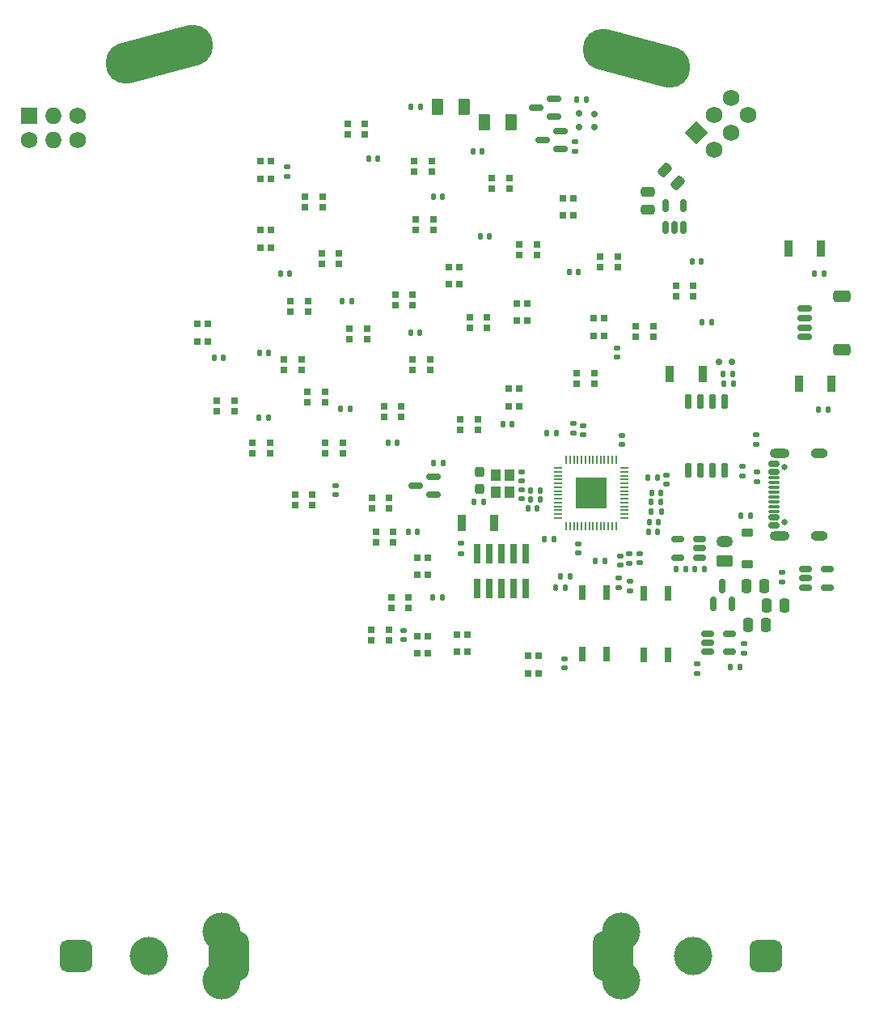
<source format=gbr>
%TF.GenerationSoftware,KiCad,Pcbnew,8.0.0*%
%TF.CreationDate,2024-03-10T20:39:49-05:00*%
%TF.ProjectId,B-Sides 2024,422d5369-6465-4732-9032-3032342e6b69,rev?*%
%TF.SameCoordinates,Original*%
%TF.FileFunction,Soldermask,Top*%
%TF.FilePolarity,Negative*%
%FSLAX46Y46*%
G04 Gerber Fmt 4.6, Leading zero omitted, Abs format (unit mm)*
G04 Created by KiCad (PCBNEW 8.0.0) date 2024-03-10 20:39:49*
%MOMM*%
%LPD*%
G01*
G04 APERTURE LIST*
G04 Aperture macros list*
%AMRoundRect*
0 Rectangle with rounded corners*
0 $1 Rounding radius*
0 $2 $3 $4 $5 $6 $7 $8 $9 X,Y pos of 4 corners*
0 Add a 4 corners polygon primitive as box body*
4,1,4,$2,$3,$4,$5,$6,$7,$8,$9,$2,$3,0*
0 Add four circle primitives for the rounded corners*
1,1,$1+$1,$2,$3*
1,1,$1+$1,$4,$5*
1,1,$1+$1,$6,$7*
1,1,$1+$1,$8,$9*
0 Add four rect primitives between the rounded corners*
20,1,$1+$1,$2,$3,$4,$5,0*
20,1,$1+$1,$4,$5,$6,$7,0*
20,1,$1+$1,$6,$7,$8,$9,0*
20,1,$1+$1,$8,$9,$2,$3,0*%
%AMHorizOval*
0 Thick line with rounded ends*
0 $1 width*
0 $2 $3 position (X,Y) of the first rounded end (center of the circle)*
0 $4 $5 position (X,Y) of the second rounded end (center of the circle)*
0 Add line between two ends*
20,1,$1,$2,$3,$4,$5,0*
0 Add two circle primitives to create the rounded ends*
1,1,$1,$2,$3*
1,1,$1,$4,$5*%
%AMRotRect*
0 Rectangle, with rotation*
0 The origin of the aperture is its center*
0 $1 length*
0 $2 width*
0 $3 Rotation angle, in degrees counterclockwise*
0 Add horizontal line*
21,1,$1,$2,0,0,$3*%
G04 Aperture macros list end*
%ADD10HorizOval,4.300000X3.477333X0.931749X-3.477333X-0.931749X0*%
%ADD11HorizOval,4.300000X-3.477333X0.931749X3.477333X-0.931749X0*%
%ADD12R,0.700000X0.700000*%
%ADD13RoundRect,0.135000X0.135000X0.185000X-0.135000X0.185000X-0.135000X-0.185000X0.135000X-0.185000X0*%
%ADD14RoundRect,0.135000X-0.135000X-0.185000X0.135000X-0.185000X0.135000X0.185000X-0.135000X0.185000X0*%
%ADD15RoundRect,0.150000X0.625000X-0.150000X0.625000X0.150000X-0.625000X0.150000X-0.625000X-0.150000X0*%
%ADD16RoundRect,0.250000X0.650000X-0.350000X0.650000X0.350000X-0.650000X0.350000X-0.650000X-0.350000X0*%
%ADD17RoundRect,0.150000X0.150000X0.200000X-0.150000X0.200000X-0.150000X-0.200000X0.150000X-0.200000X0*%
%ADD18RoundRect,0.250000X0.475000X-0.250000X0.475000X0.250000X-0.475000X0.250000X-0.475000X-0.250000X0*%
%ADD19R,0.800000X1.500000*%
%ADD20RoundRect,0.250000X0.375000X0.625000X-0.375000X0.625000X-0.375000X-0.625000X0.375000X-0.625000X0*%
%ADD21RoundRect,0.140000X0.140000X0.170000X-0.140000X0.170000X-0.140000X-0.170000X0.140000X-0.170000X0*%
%ADD22RoundRect,0.140000X0.170000X-0.140000X0.170000X0.140000X-0.170000X0.140000X-0.170000X-0.140000X0*%
%ADD23R,1.000000X1.150000*%
%ADD24R,1.727200X1.727200*%
%ADD25C,1.727200*%
%ADD26O,1.727200X1.727200*%
%ADD27RoundRect,0.140000X-0.170000X0.140000X-0.170000X-0.140000X0.170000X-0.140000X0.170000X0.140000X0*%
%ADD28R,0.900000X1.700000*%
%ADD29RoundRect,0.140000X-0.140000X-0.170000X0.140000X-0.170000X0.140000X0.170000X-0.140000X0.170000X0*%
%ADD30RoundRect,0.150000X0.200000X-0.150000X0.200000X0.150000X-0.200000X0.150000X-0.200000X-0.150000X0*%
%ADD31RotRect,1.727200X1.727200X315.000000*%
%ADD32HorizOval,1.727200X0.000000X0.000000X0.000000X0.000000X0*%
%ADD33RoundRect,0.150000X0.587500X0.150000X-0.587500X0.150000X-0.587500X-0.150000X0.587500X-0.150000X0*%
%ADD34RoundRect,0.135000X0.185000X-0.135000X0.185000X0.135000X-0.185000X0.135000X-0.185000X-0.135000X0*%
%ADD35RoundRect,0.150000X0.150000X-0.512500X0.150000X0.512500X-0.150000X0.512500X-0.150000X-0.512500X0*%
%ADD36RoundRect,0.150000X0.150000X-0.587500X0.150000X0.587500X-0.150000X0.587500X-0.150000X-0.587500X0*%
%ADD37RoundRect,0.135000X-0.185000X0.135000X-0.185000X-0.135000X0.185000X-0.135000X0.185000X0.135000X0*%
%ADD38RoundRect,0.250000X-0.512652X-0.159099X-0.159099X-0.512652X0.512652X0.159099X0.159099X0.512652X0*%
%ADD39RoundRect,0.237500X0.237500X-0.287500X0.237500X0.287500X-0.237500X0.287500X-0.237500X-0.287500X0*%
%ADD40R,0.750000X2.100000*%
%ADD41RoundRect,0.150000X-0.512500X-0.150000X0.512500X-0.150000X0.512500X0.150000X-0.512500X0.150000X0*%
%ADD42RoundRect,0.050000X-0.050000X0.387500X-0.050000X-0.387500X0.050000X-0.387500X0.050000X0.387500X0*%
%ADD43RoundRect,0.050000X-0.387500X0.050000X-0.387500X-0.050000X0.387500X-0.050000X0.387500X0.050000X0*%
%ADD44R,3.200000X3.200000*%
%ADD45RoundRect,0.250000X-0.250000X-0.475000X0.250000X-0.475000X0.250000X0.475000X-0.250000X0.475000X0*%
%ADD46RoundRect,0.250000X0.250000X0.475000X-0.250000X0.475000X-0.250000X-0.475000X0.250000X-0.475000X0*%
%ADD47RoundRect,0.225000X0.375000X-0.225000X0.375000X0.225000X-0.375000X0.225000X-0.375000X-0.225000X0*%
%ADD48RoundRect,0.150000X-0.150000X0.650000X-0.150000X-0.650000X0.150000X-0.650000X0.150000X0.650000X0*%
%ADD49RoundRect,0.150000X0.512500X0.150000X-0.512500X0.150000X-0.512500X-0.150000X0.512500X-0.150000X0*%
%ADD50C,0.650000*%
%ADD51RoundRect,0.150000X0.425000X-0.150000X0.425000X0.150000X-0.425000X0.150000X-0.425000X-0.150000X0*%
%ADD52RoundRect,0.075000X0.500000X-0.075000X0.500000X0.075000X-0.500000X0.075000X-0.500000X-0.075000X0*%
%ADD53O,2.100000X1.000000*%
%ADD54O,1.800000X1.000000*%
%ADD55RoundRect,0.150000X-0.200000X0.150000X-0.200000X-0.150000X0.200000X-0.150000X0.200000X0.150000X0*%
%ADD56RoundRect,1.050000X-1.050000X1.500000X-1.050000X-1.500000X1.050000X-1.500000X1.050000X1.500000X0*%
%ADD57C,4.000000*%
%ADD58RoundRect,0.850000X-0.850000X0.850000X-0.850000X-0.850000X0.850000X-0.850000X0.850000X0.850000X0*%
%ADD59RoundRect,0.250000X0.625000X-0.350000X0.625000X0.350000X-0.625000X0.350000X-0.625000X-0.350000X0*%
%ADD60O,1.750000X1.200000*%
%ADD61RoundRect,1.050000X1.050000X-1.500000X1.050000X1.500000X-1.050000X1.500000X-1.050000X-1.500000X0*%
%ADD62RoundRect,0.850000X0.850000X-0.850000X0.850000X0.850000X-0.850000X0.850000X-0.850000X-0.850000X0*%
G04 APERTURE END LIST*
D10*
%TO.C,H2*%
X75000000Y-37000000D03*
%TD*%
D11*
%TO.C,H1*%
X125000000Y-37500000D03*
%TD*%
D12*
%TO.C,D39*%
X96555000Y-45420000D03*
X96555000Y-44320000D03*
X94725000Y-44320000D03*
X94725000Y-45420000D03*
%TD*%
%TO.C,D44*%
X123015000Y-59340000D03*
X123015000Y-58240000D03*
X121185000Y-58240000D03*
X121185000Y-59340000D03*
%TD*%
D13*
%TO.C,R38*%
X104780000Y-79820000D03*
X103760000Y-79820000D03*
%TD*%
D12*
%TO.C,D14*%
X108400000Y-76290000D03*
X108400000Y-75190000D03*
X106570000Y-75190000D03*
X106570000Y-76290000D03*
%TD*%
D14*
%TO.C,R30*%
X115590000Y-76650000D03*
X116610000Y-76650000D03*
%TD*%
D15*
%TO.C,J1*%
X142590000Y-66630000D03*
X142590000Y-65630000D03*
X142590000Y-64630000D03*
X142590000Y-63630000D03*
D16*
X146465000Y-67930000D03*
X146465000Y-62330000D03*
%TD*%
D12*
%TO.C,D5*%
X109360000Y-65660000D03*
X109360000Y-64560000D03*
X107530000Y-64560000D03*
X107530000Y-65660000D03*
%TD*%
D14*
%TO.C,R14*%
X143615000Y-60000000D03*
X144635000Y-60000000D03*
%TD*%
D12*
%TO.C,D35*%
X103120000Y-89665000D03*
X102020000Y-89665000D03*
X102020000Y-91495000D03*
X103120000Y-91495000D03*
%TD*%
D17*
%TO.C,D1*%
X133590000Y-69210000D03*
X134990000Y-69210000D03*
%TD*%
D18*
%TO.C,C7*%
X126200000Y-53310000D03*
X126200000Y-51410000D03*
%TD*%
D19*
%TO.C,U9*%
X125760000Y-99830000D03*
X128300000Y-99830000D03*
X128300000Y-93430000D03*
X125760000Y-93430000D03*
%TD*%
D20*
%TO.C,LD2*%
X106960000Y-42560000D03*
X104160000Y-42560000D03*
%TD*%
D21*
%TO.C,C13*%
X86490000Y-68270000D03*
X85530000Y-68270000D03*
%TD*%
D12*
%TO.C,D32*%
X102080000Y-99735000D03*
X103180000Y-99735000D03*
X103180000Y-97905000D03*
X102080000Y-97905000D03*
%TD*%
%TO.C,D26*%
X80090000Y-65225000D03*
X78990000Y-65225000D03*
X78990000Y-67055000D03*
X80090000Y-67055000D03*
%TD*%
D22*
%TO.C,C2*%
X123120000Y-92810000D03*
X123120000Y-91850000D03*
%TD*%
D13*
%TO.C,R39*%
X132100000Y-90920000D03*
X131080000Y-90920000D03*
%TD*%
D23*
%TO.C,Y1*%
X110280000Y-81065000D03*
X110280000Y-82815000D03*
X111680000Y-82815000D03*
X111680000Y-81065000D03*
%TD*%
D20*
%TO.C,LD1*%
X111830000Y-44180000D03*
X109030000Y-44180000D03*
%TD*%
D24*
%TO.C,J3*%
X61390000Y-43510000D03*
D25*
X61390000Y-46050000D03*
D26*
X63930000Y-43510000D03*
X63930000Y-46050000D03*
D25*
X66470000Y-43510000D03*
X66470000Y-46050000D03*
%TD*%
D27*
%TO.C,C47*%
X125340000Y-89270000D03*
X125340000Y-90230000D03*
%TD*%
D12*
%TO.C,D16*%
X101545000Y-68970000D03*
X101545000Y-70070000D03*
X103375000Y-70070000D03*
X103375000Y-68970000D03*
%TD*%
%TO.C,D28*%
X92375000Y-73460000D03*
X92375000Y-72360000D03*
X90545000Y-72360000D03*
X90545000Y-73460000D03*
%TD*%
%TO.C,D15*%
X112715000Y-72035000D03*
X111615000Y-72035000D03*
X111615000Y-73865000D03*
X112715000Y-73865000D03*
%TD*%
D28*
%TO.C,SW1*%
X128490000Y-70450000D03*
X131890000Y-70450000D03*
%TD*%
D21*
%TO.C,C30*%
X97910000Y-48000000D03*
X96950000Y-48000000D03*
%TD*%
D29*
%TO.C,C15*%
X101100000Y-87020000D03*
X102060000Y-87020000D03*
%TD*%
D12*
%TO.C,D23*%
X92385000Y-77650000D03*
X92385000Y-78750000D03*
X94215000Y-78750000D03*
X94215000Y-77650000D03*
%TD*%
%TO.C,D46*%
X129120000Y-61260000D03*
X129120000Y-62360000D03*
X130950000Y-62360000D03*
X130950000Y-61260000D03*
%TD*%
%TO.C,D19*%
X86750000Y-55425000D03*
X85650000Y-55425000D03*
X85650000Y-57255000D03*
X86750000Y-57255000D03*
%TD*%
D30*
%TO.C,D3*%
X119010000Y-43250000D03*
X119010000Y-44650000D03*
%TD*%
D29*
%TO.C,C44*%
X126260000Y-86970000D03*
X127220000Y-86970000D03*
%TD*%
D31*
%TO.C,J4*%
X131280131Y-45225147D03*
D25*
X133076182Y-47021199D03*
D32*
X133076182Y-43429096D03*
X134872233Y-45225147D03*
D25*
X134872233Y-41633045D03*
X136668284Y-43429096D03*
%TD*%
D12*
%TO.C,D13*%
X86710000Y-48255000D03*
X85610000Y-48255000D03*
X85610000Y-50085000D03*
X86710000Y-50085000D03*
%TD*%
%TO.C,D27*%
X89895000Y-70080000D03*
X89895000Y-68980000D03*
X88065000Y-68980000D03*
X88065000Y-70080000D03*
%TD*%
D21*
%TO.C,C40*%
X114560000Y-84570000D03*
X113600000Y-84570000D03*
%TD*%
D33*
%TO.C,Q3*%
X116327500Y-43560000D03*
X116327500Y-41660000D03*
X114452500Y-42610000D03*
%TD*%
D34*
%TO.C,R8*%
X131310000Y-101800000D03*
X131310000Y-100780000D03*
%TD*%
D35*
%TO.C,U2*%
X128020000Y-55187500D03*
X128970000Y-55187500D03*
X129920000Y-55187500D03*
X129920000Y-52912500D03*
X128020000Y-52912500D03*
%TD*%
D36*
%TO.C,Q4*%
X133050000Y-94507500D03*
X134950000Y-94507500D03*
X134000000Y-92632500D03*
%TD*%
D21*
%TO.C,C21*%
X131790000Y-58740000D03*
X130830000Y-58740000D03*
%TD*%
D12*
%TO.C,D40*%
X103555000Y-49290000D03*
X103555000Y-48190000D03*
X101725000Y-48190000D03*
X101725000Y-49290000D03*
%TD*%
%TO.C,D22*%
X89240000Y-83090000D03*
X89240000Y-84190000D03*
X91070000Y-84190000D03*
X91070000Y-83090000D03*
%TD*%
D19*
%TO.C,U1*%
X119280000Y-99780000D03*
X121820000Y-99780000D03*
X121820000Y-93380000D03*
X119280000Y-93380000D03*
%TD*%
D12*
%TO.C,D45*%
X126735000Y-66560000D03*
X126735000Y-65460000D03*
X124905000Y-65460000D03*
X124905000Y-66560000D03*
%TD*%
D13*
%TO.C,R36*%
X114900000Y-82670000D03*
X113880000Y-82670000D03*
%TD*%
D12*
%TO.C,D11*%
X101875000Y-54350000D03*
X101875000Y-55450000D03*
X103705000Y-55450000D03*
X103705000Y-54350000D03*
%TD*%
D37*
%TO.C,R29*%
X118380000Y-75660000D03*
X118380000Y-76680000D03*
%TD*%
D38*
%TO.C,C8*%
X127928249Y-49128249D03*
X129271751Y-50471751D03*
%TD*%
D14*
%TO.C,R1*%
X107940000Y-83880000D03*
X108960000Y-83880000D03*
%TD*%
D12*
%TO.C,D24*%
X84807500Y-77670000D03*
X84807500Y-78770000D03*
X86637500Y-78770000D03*
X86637500Y-77670000D03*
%TD*%
D39*
%TO.C,D2*%
X108550000Y-82492500D03*
X108550000Y-80742500D03*
%TD*%
D21*
%TO.C,C46*%
X114890000Y-83630000D03*
X113930000Y-83630000D03*
%TD*%
D40*
%TO.C,J13*%
X113380000Y-92910000D03*
X113380000Y-89310000D03*
X112110000Y-92910000D03*
X112110000Y-89310000D03*
X110840000Y-92910000D03*
X110840000Y-89310000D03*
X109570000Y-92910000D03*
X109570000Y-89310000D03*
X108300000Y-92910000D03*
X108300000Y-89310000D03*
%TD*%
D13*
%TO.C,R37*%
X104640000Y-93810000D03*
X103620000Y-93810000D03*
%TD*%
D12*
%TO.C,D12*%
X90310000Y-51920000D03*
X90310000Y-53020000D03*
X92140000Y-53020000D03*
X92140000Y-51920000D03*
%TD*%
D41*
%TO.C,U10*%
X132412500Y-97640000D03*
X132412500Y-98590000D03*
X132412500Y-99540000D03*
X134687500Y-99540000D03*
X134687500Y-97640000D03*
%TD*%
D12*
%TO.C,D6*%
X120555000Y-71500000D03*
X120555000Y-70400000D03*
X118725000Y-70400000D03*
X118725000Y-71500000D03*
%TD*%
D29*
%TO.C,C29*%
X87740000Y-59970000D03*
X88700000Y-59970000D03*
%TD*%
D12*
%TO.C,D21*%
X101565000Y-63280000D03*
X101565000Y-62180000D03*
X99735000Y-62180000D03*
X99735000Y-63280000D03*
%TD*%
D29*
%TO.C,C45*%
X126580000Y-82900000D03*
X127540000Y-82900000D03*
%TD*%
%TO.C,C6*%
X107860000Y-47220000D03*
X108820000Y-47220000D03*
%TD*%
D42*
%TO.C,U3*%
X122842500Y-79492500D03*
X122442500Y-79492500D03*
X122042500Y-79492500D03*
X121642500Y-79492500D03*
X121242500Y-79492500D03*
X120842500Y-79492500D03*
X120442500Y-79492500D03*
X120042500Y-79492500D03*
X119642500Y-79492500D03*
X119242500Y-79492500D03*
X118842500Y-79492500D03*
X118442500Y-79492500D03*
X118042500Y-79492500D03*
X117642500Y-79492500D03*
D43*
X116805000Y-80330000D03*
X116805000Y-80730000D03*
X116805000Y-81130000D03*
X116805000Y-81530000D03*
X116805000Y-81930000D03*
X116805000Y-82330000D03*
X116805000Y-82730000D03*
X116805000Y-83130000D03*
X116805000Y-83530000D03*
X116805000Y-83930000D03*
X116805000Y-84330000D03*
X116805000Y-84730000D03*
X116805000Y-85130000D03*
X116805000Y-85530000D03*
D42*
X117642500Y-86367500D03*
X118042500Y-86367500D03*
X118442500Y-86367500D03*
X118842500Y-86367500D03*
X119242500Y-86367500D03*
X119642500Y-86367500D03*
X120042500Y-86367500D03*
X120442500Y-86367500D03*
X120842500Y-86367500D03*
X121242500Y-86367500D03*
X121642500Y-86367500D03*
X122042500Y-86367500D03*
X122442500Y-86367500D03*
X122842500Y-86367500D03*
D43*
X123680000Y-85530000D03*
X123680000Y-85130000D03*
X123680000Y-84730000D03*
X123680000Y-84330000D03*
X123680000Y-83930000D03*
X123680000Y-83530000D03*
X123680000Y-83130000D03*
X123680000Y-82730000D03*
X123680000Y-82330000D03*
X123680000Y-81930000D03*
X123680000Y-81530000D03*
X123680000Y-81130000D03*
X123680000Y-80730000D03*
X123680000Y-80330000D03*
D44*
X120242500Y-82930000D03*
%TD*%
D29*
%TO.C,C22*%
X85490000Y-75030000D03*
X86450000Y-75030000D03*
%TD*%
D28*
%TO.C,SW3*%
X140925000Y-57375000D03*
X144325000Y-57375000D03*
%TD*%
D45*
%TO.C,C16*%
X136640000Y-96700000D03*
X138540000Y-96700000D03*
%TD*%
D46*
%TO.C,C5*%
X140500000Y-94670000D03*
X138600000Y-94670000D03*
%TD*%
D14*
%TO.C,R10*%
X118680000Y-41800000D03*
X119700000Y-41800000D03*
%TD*%
D21*
%TO.C,C3*%
X102360000Y-42540000D03*
X101400000Y-42540000D03*
%TD*%
D37*
%TO.C,R5*%
X140192500Y-91260000D03*
X140192500Y-92280000D03*
%TD*%
D12*
%TO.C,D42*%
X114580000Y-58020000D03*
X114580000Y-56920000D03*
X112750000Y-56920000D03*
X112750000Y-58020000D03*
%TD*%
D13*
%TO.C,R25*%
X127570000Y-84900000D03*
X126550000Y-84900000D03*
%TD*%
D22*
%TO.C,C53*%
X119410000Y-76820000D03*
X119410000Y-75860000D03*
%TD*%
D13*
%TO.C,R26*%
X130190000Y-90920000D03*
X129170000Y-90920000D03*
%TD*%
D27*
%TO.C,C50*%
X123260000Y-89540000D03*
X123260000Y-90500000D03*
%TD*%
D22*
%TO.C,C51*%
X123475000Y-77855000D03*
X123475000Y-76895000D03*
%TD*%
D33*
%TO.C,Q2*%
X103767500Y-83110000D03*
X103767500Y-81210000D03*
X101892500Y-82160000D03*
%TD*%
D21*
%TO.C,C27*%
X99940000Y-77660000D03*
X98980000Y-77660000D03*
%TD*%
D37*
%TO.C,R6*%
X106580000Y-88220000D03*
X106580000Y-89240000D03*
%TD*%
D14*
%TO.C,R12*%
X116480000Y-92800000D03*
X117500000Y-92800000D03*
%TD*%
D29*
%TO.C,C18*%
X94020000Y-74130000D03*
X94980000Y-74130000D03*
%TD*%
D13*
%TO.C,R28*%
X135130000Y-71470000D03*
X134110000Y-71470000D03*
%TD*%
D12*
%TO.C,D31*%
X107300000Y-97735000D03*
X106200000Y-97735000D03*
X106200000Y-99565000D03*
X107300000Y-99565000D03*
%TD*%
D29*
%TO.C,C41*%
X126190000Y-81340000D03*
X127150000Y-81340000D03*
%TD*%
%TO.C,C19*%
X101340000Y-66150000D03*
X102300000Y-66150000D03*
%TD*%
D27*
%TO.C,C52*%
X124240000Y-89300000D03*
X124240000Y-90260000D03*
%TD*%
D12*
%TO.C,D37*%
X97285000Y-83450000D03*
X97285000Y-84550000D03*
X99115000Y-84550000D03*
X99115000Y-83450000D03*
%TD*%
%TO.C,D43*%
X118390000Y-52085000D03*
X117290000Y-52085000D03*
X117290000Y-53915000D03*
X118390000Y-53915000D03*
%TD*%
D29*
%TO.C,C25*%
X103730000Y-51980000D03*
X104690000Y-51980000D03*
%TD*%
D12*
%TO.C,D30*%
X114720000Y-99940000D03*
X113620000Y-99940000D03*
X113620000Y-101770000D03*
X114720000Y-101770000D03*
%TD*%
D27*
%TO.C,C10*%
X136080000Y-80150000D03*
X136080000Y-81110000D03*
%TD*%
D12*
%TO.C,D36*%
X97690000Y-87000000D03*
X97690000Y-88100000D03*
X99520000Y-88100000D03*
X99520000Y-87000000D03*
%TD*%
%TO.C,D10*%
X105375000Y-61105000D03*
X106475000Y-61105000D03*
X106475000Y-59275000D03*
X105375000Y-59275000D03*
%TD*%
D27*
%TO.C,C48*%
X118920000Y-88250000D03*
X118920000Y-89210000D03*
%TD*%
D22*
%TO.C,C49*%
X128090000Y-82000000D03*
X128090000Y-81040000D03*
%TD*%
D12*
%TO.C,D41*%
X111655000Y-51100000D03*
X111655000Y-50000000D03*
X109825000Y-50000000D03*
X109825000Y-51100000D03*
%TD*%
%TO.C,D20*%
X93865000Y-58930000D03*
X93865000Y-57830000D03*
X92035000Y-57830000D03*
X92035000Y-58930000D03*
%TD*%
D22*
%TO.C,C43*%
X112970000Y-81700000D03*
X112970000Y-80740000D03*
%TD*%
D29*
%TO.C,C12*%
X110990000Y-75740000D03*
X111950000Y-75740000D03*
%TD*%
D12*
%TO.C,D9*%
X112460000Y-64915000D03*
X113560000Y-64915000D03*
X113560000Y-63085000D03*
X112460000Y-63085000D03*
%TD*%
D47*
%TO.C,D48*%
X136570000Y-90370000D03*
X136570000Y-87070000D03*
%TD*%
D12*
%TO.C,D7*%
X121620000Y-64675000D03*
X120520000Y-64675000D03*
X120520000Y-66505000D03*
X121620000Y-66505000D03*
%TD*%
D13*
%TO.C,R4*%
X135830000Y-101110000D03*
X134810000Y-101110000D03*
%TD*%
D12*
%TO.C,D34*%
X101150000Y-94950000D03*
X101150000Y-93850000D03*
X99320000Y-93850000D03*
X99320000Y-94950000D03*
%TD*%
D22*
%TO.C,C33*%
X93470000Y-83130000D03*
X93470000Y-82170000D03*
%TD*%
D12*
%TO.C,D25*%
X81040000Y-73300000D03*
X81040000Y-74400000D03*
X82870000Y-74400000D03*
X82870000Y-73300000D03*
%TD*%
D27*
%TO.C,C17*%
X137530000Y-76870000D03*
X137530000Y-77830000D03*
%TD*%
D34*
%TO.C,R18*%
X137580000Y-81760000D03*
X137580000Y-80740000D03*
%TD*%
D28*
%TO.C,SW2*%
X106670000Y-86050000D03*
X110070000Y-86050000D03*
%TD*%
D29*
%TO.C,C28*%
X80770000Y-68820000D03*
X81730000Y-68820000D03*
%TD*%
D48*
%TO.C,U8*%
X134195000Y-73380000D03*
X132925000Y-73380000D03*
X131655000Y-73380000D03*
X130385000Y-73380000D03*
X130385000Y-80580000D03*
X131655000Y-80580000D03*
X132925000Y-80580000D03*
X134195000Y-80580000D03*
%TD*%
D29*
%TO.C,C1*%
X117070000Y-91690000D03*
X118030000Y-91690000D03*
%TD*%
D37*
%TO.C,R11*%
X118560000Y-46180000D03*
X118560000Y-47200000D03*
%TD*%
D14*
%TO.C,R16*%
X144065000Y-74200000D03*
X145085000Y-74200000D03*
%TD*%
D49*
%TO.C,U7*%
X131617500Y-89670000D03*
X131617500Y-88720000D03*
X131617500Y-87770000D03*
X129342500Y-87770000D03*
X129342500Y-89670000D03*
%TD*%
D29*
%TO.C,C26*%
X108660000Y-56060000D03*
X109620000Y-56060000D03*
%TD*%
D41*
%TO.C,U4*%
X142725000Y-90900000D03*
X142725000Y-91850000D03*
X142725000Y-92800000D03*
X145000000Y-92800000D03*
X145000000Y-90900000D03*
%TD*%
D37*
%TO.C,R9*%
X124350000Y-92160000D03*
X124350000Y-93180000D03*
%TD*%
D22*
%TO.C,C42*%
X112950000Y-83550000D03*
X112950000Y-82590000D03*
%TD*%
D28*
%TO.C,SW4*%
X142000000Y-71525000D03*
X145400000Y-71525000D03*
%TD*%
D29*
%TO.C,C24*%
X94210000Y-62850000D03*
X95170000Y-62850000D03*
%TD*%
D14*
%TO.C,R15*%
X115320000Y-87730000D03*
X116340000Y-87730000D03*
%TD*%
D12*
%TO.C,D33*%
X97225000Y-97200000D03*
X97225000Y-98300000D03*
X99055000Y-98300000D03*
X99055000Y-97200000D03*
%TD*%
D27*
%TO.C,C31*%
X100580000Y-97330000D03*
X100580000Y-98290000D03*
%TD*%
D13*
%TO.C,R2*%
X121660000Y-90050000D03*
X120640000Y-90050000D03*
%TD*%
%TO.C,R19*%
X136950000Y-85300000D03*
X135930000Y-85300000D03*
%TD*%
D33*
%TO.C,Q1*%
X117037500Y-46960000D03*
X117037500Y-45060000D03*
X115162500Y-46010000D03*
%TD*%
D14*
%TO.C,R7*%
X134070000Y-70450000D03*
X135090000Y-70450000D03*
%TD*%
D22*
%TO.C,C23*%
X122920000Y-68710000D03*
X122920000Y-67750000D03*
%TD*%
%TO.C,C14*%
X88420000Y-49790000D03*
X88420000Y-48830000D03*
%TD*%
%TO.C,C32*%
X117490000Y-101210000D03*
X117490000Y-100250000D03*
%TD*%
D29*
%TO.C,C11*%
X126320000Y-85980000D03*
X127280000Y-85980000D03*
%TD*%
D13*
%TO.C,R13*%
X132885000Y-65100000D03*
X131865000Y-65100000D03*
%TD*%
D12*
%TO.C,D17*%
X94945000Y-65740000D03*
X94945000Y-66840000D03*
X96775000Y-66840000D03*
X96775000Y-65740000D03*
%TD*%
D45*
%TO.C,C4*%
X136470000Y-92630000D03*
X138370000Y-92630000D03*
%TD*%
D12*
%TO.C,D29*%
X100390000Y-74940000D03*
X100390000Y-73840000D03*
X98560000Y-73840000D03*
X98560000Y-74940000D03*
%TD*%
D50*
%TO.C,J9*%
X140455000Y-86000000D03*
X140455000Y-80220000D03*
D51*
X139380000Y-86310000D03*
X139380000Y-85510000D03*
D52*
X139380000Y-84360000D03*
X139380000Y-83360000D03*
X139380000Y-82860000D03*
X139380000Y-81860000D03*
D51*
X139380000Y-80710000D03*
X139380000Y-79910000D03*
X139380000Y-79910000D03*
X139380000Y-80710000D03*
D52*
X139380000Y-81360000D03*
X139380000Y-82360000D03*
X139380000Y-83860000D03*
X139380000Y-84860000D03*
D51*
X139380000Y-85510000D03*
X139380000Y-86310000D03*
D53*
X139955000Y-87430000D03*
D54*
X144135000Y-87430000D03*
D53*
X139955000Y-78790000D03*
D54*
X144135000Y-78790000D03*
%TD*%
D55*
%TO.C,D4*%
X120590000Y-44670000D03*
X120590000Y-43270000D03*
%TD*%
D13*
%TO.C,R24*%
X127560000Y-83880000D03*
X126540000Y-83880000D03*
%TD*%
D34*
%TO.C,R3*%
X136290000Y-99680000D03*
X136290000Y-98660000D03*
%TD*%
D12*
%TO.C,D18*%
X88745000Y-62830000D03*
X88745000Y-63930000D03*
X90575000Y-63930000D03*
X90575000Y-62830000D03*
%TD*%
D29*
%TO.C,C20*%
X117950000Y-59840000D03*
X118910000Y-59840000D03*
%TD*%
D56*
%TO.C,J5*%
X82320000Y-131380000D03*
D57*
X81545000Y-133920000D03*
X81545000Y-128840000D03*
X73945000Y-131380000D03*
D58*
X66320000Y-131380000D03*
%TD*%
D59*
%TO.C,J10*%
X134220000Y-90030000D03*
D60*
X134220000Y-88030000D03*
%TD*%
D61*
%TO.C,J2*%
X122570000Y-131380000D03*
D57*
X123345000Y-128840000D03*
X123345000Y-133920000D03*
X130945000Y-131380000D03*
D62*
X138570000Y-131380000D03*
%TD*%
M02*

</source>
